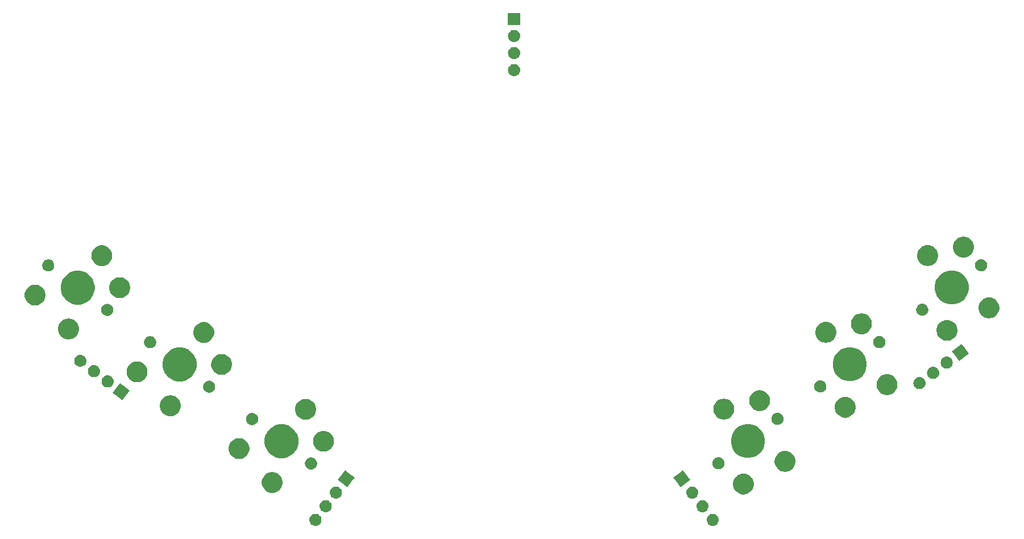
<source format=gbr>
G04 #@! TF.GenerationSoftware,KiCad,Pcbnew,(5.1.4)-1*
G04 #@! TF.CreationDate,2023-11-05T18:19:01-05:00*
G04 #@! TF.ProjectId,ThumbsUp,5468756d-6273-4557-902e-6b696361645f,rev?*
G04 #@! TF.SameCoordinates,Original*
G04 #@! TF.FileFunction,Soldermask,Top*
G04 #@! TF.FilePolarity,Negative*
%FSLAX46Y46*%
G04 Gerber Fmt 4.6, Leading zero omitted, Abs format (unit mm)*
G04 Created by KiCad (PCBNEW (5.1.4)-1) date 2023-11-05 18:19:01*
%MOMM*%
%LPD*%
G04 APERTURE LIST*
%ADD10C,0.100000*%
G04 APERTURE END LIST*
D10*
G36*
X172826273Y41838878D02*
G01*
X172892457Y41832360D01*
X173062296Y41780840D01*
X173218821Y41697175D01*
X173254559Y41667845D01*
X173356016Y41584583D01*
X173439278Y41483126D01*
X173468608Y41447388D01*
X173552273Y41290863D01*
X173603793Y41121024D01*
X173621189Y40944397D01*
X173603793Y40767770D01*
X173552273Y40597931D01*
X173468608Y40441406D01*
X173439278Y40405668D01*
X173356016Y40304211D01*
X173254559Y40220949D01*
X173218821Y40191619D01*
X173062296Y40107954D01*
X172892457Y40056434D01*
X172826273Y40049916D01*
X172760090Y40043397D01*
X172671570Y40043397D01*
X172605387Y40049916D01*
X172539203Y40056434D01*
X172369364Y40107954D01*
X172212839Y40191619D01*
X172177101Y40220949D01*
X172075644Y40304211D01*
X171992382Y40405668D01*
X171963052Y40441406D01*
X171879387Y40597931D01*
X171827867Y40767770D01*
X171810471Y40944397D01*
X171827867Y41121024D01*
X171879387Y41290863D01*
X171963052Y41447388D01*
X171992382Y41483126D01*
X172075644Y41584583D01*
X172177101Y41667845D01*
X172212839Y41697175D01*
X172369364Y41780840D01*
X172539203Y41832360D01*
X172605388Y41838879D01*
X172671570Y41845397D01*
X172760090Y41845397D01*
X172826273Y41838878D01*
X172826273Y41838878D01*
G37*
G36*
X113654613Y41838878D02*
G01*
X113720797Y41832360D01*
X113890636Y41780840D01*
X114047161Y41697175D01*
X114082899Y41667845D01*
X114184356Y41584583D01*
X114267618Y41483126D01*
X114296948Y41447388D01*
X114380613Y41290863D01*
X114432133Y41121024D01*
X114449529Y40944397D01*
X114432133Y40767770D01*
X114380613Y40597931D01*
X114296948Y40441406D01*
X114267618Y40405668D01*
X114184356Y40304211D01*
X114082899Y40220949D01*
X114047161Y40191619D01*
X113890636Y40107954D01*
X113720797Y40056434D01*
X113654613Y40049916D01*
X113588430Y40043397D01*
X113499910Y40043397D01*
X113433727Y40049916D01*
X113367543Y40056434D01*
X113197704Y40107954D01*
X113041179Y40191619D01*
X113005441Y40220949D01*
X112903984Y40304211D01*
X112820722Y40405668D01*
X112791392Y40441406D01*
X112707727Y40597931D01*
X112656207Y40767770D01*
X112638811Y40944397D01*
X112656207Y41121024D01*
X112707727Y41290863D01*
X112791392Y41447388D01*
X112820722Y41483126D01*
X112903984Y41584583D01*
X113005441Y41667845D01*
X113041179Y41697175D01*
X113197704Y41780840D01*
X113367543Y41832360D01*
X113433728Y41838879D01*
X113499910Y41845397D01*
X113588430Y41845397D01*
X113654613Y41838878D01*
X113654613Y41838878D01*
G37*
G36*
X115183223Y43867413D02*
G01*
X115249407Y43860895D01*
X115419246Y43809375D01*
X115575771Y43725710D01*
X115611509Y43696380D01*
X115712966Y43613118D01*
X115796228Y43511661D01*
X115825558Y43475923D01*
X115909223Y43319398D01*
X115960743Y43149559D01*
X115978139Y42972932D01*
X115960743Y42796305D01*
X115909223Y42626466D01*
X115825558Y42469941D01*
X115796228Y42434203D01*
X115712966Y42332746D01*
X115611509Y42249484D01*
X115575771Y42220154D01*
X115419246Y42136489D01*
X115249407Y42084969D01*
X115183223Y42078451D01*
X115117040Y42071932D01*
X115028520Y42071932D01*
X114962337Y42078451D01*
X114896153Y42084969D01*
X114726314Y42136489D01*
X114569789Y42220154D01*
X114534051Y42249484D01*
X114432594Y42332746D01*
X114349332Y42434203D01*
X114320002Y42469941D01*
X114236337Y42626466D01*
X114184817Y42796305D01*
X114167421Y42972932D01*
X114184817Y43149559D01*
X114236337Y43319398D01*
X114320002Y43475923D01*
X114349332Y43511661D01*
X114432594Y43613118D01*
X114534051Y43696380D01*
X114569789Y43725710D01*
X114726314Y43809375D01*
X114896153Y43860895D01*
X114962337Y43867413D01*
X115028520Y43873932D01*
X115117040Y43873932D01*
X115183223Y43867413D01*
X115183223Y43867413D01*
G37*
G36*
X171297663Y43867413D02*
G01*
X171363847Y43860895D01*
X171533686Y43809375D01*
X171690211Y43725710D01*
X171725949Y43696380D01*
X171827406Y43613118D01*
X171910668Y43511661D01*
X171939998Y43475923D01*
X172023663Y43319398D01*
X172075183Y43149559D01*
X172092579Y42972932D01*
X172075183Y42796305D01*
X172023663Y42626466D01*
X171939998Y42469941D01*
X171910668Y42434203D01*
X171827406Y42332746D01*
X171725949Y42249484D01*
X171690211Y42220154D01*
X171533686Y42136489D01*
X171363847Y42084969D01*
X171297663Y42078451D01*
X171231480Y42071932D01*
X171142960Y42071932D01*
X171076777Y42078451D01*
X171010593Y42084969D01*
X170840754Y42136489D01*
X170684229Y42220154D01*
X170648491Y42249484D01*
X170547034Y42332746D01*
X170463772Y42434203D01*
X170434442Y42469941D01*
X170350777Y42626466D01*
X170299257Y42796305D01*
X170281861Y42972932D01*
X170299257Y43149559D01*
X170350777Y43319398D01*
X170434442Y43475923D01*
X170463772Y43511661D01*
X170547034Y43613118D01*
X170648491Y43696380D01*
X170684229Y43725710D01*
X170840754Y43809375D01*
X171010593Y43860895D01*
X171076777Y43867413D01*
X171142960Y43873932D01*
X171231480Y43873932D01*
X171297663Y43867413D01*
X171297663Y43867413D01*
G37*
G36*
X169769052Y45895948D02*
G01*
X169835237Y45889429D01*
X170005076Y45837909D01*
X170005078Y45837908D01*
X170083339Y45796076D01*
X170161601Y45754244D01*
X170197339Y45724914D01*
X170298796Y45641652D01*
X170382058Y45540195D01*
X170411388Y45504457D01*
X170495053Y45347932D01*
X170546573Y45178093D01*
X170563969Y45001466D01*
X170546573Y44824839D01*
X170495053Y44655000D01*
X170411388Y44498475D01*
X170382058Y44462737D01*
X170298796Y44361280D01*
X170197339Y44278018D01*
X170161601Y44248688D01*
X170005076Y44165023D01*
X169835237Y44113503D01*
X169769053Y44106985D01*
X169702870Y44100466D01*
X169614350Y44100466D01*
X169548167Y44106985D01*
X169481983Y44113503D01*
X169312144Y44165023D01*
X169155619Y44248688D01*
X169119881Y44278018D01*
X169018424Y44361280D01*
X168935162Y44462737D01*
X168905832Y44498475D01*
X168822167Y44655000D01*
X168770647Y44824839D01*
X168753251Y45001466D01*
X168770647Y45178093D01*
X168822167Y45347932D01*
X168905832Y45504457D01*
X168935162Y45540195D01*
X169018424Y45641652D01*
X169119881Y45724914D01*
X169155619Y45754244D01*
X169233882Y45796077D01*
X169312142Y45837908D01*
X169312144Y45837909D01*
X169481983Y45889429D01*
X169548168Y45895948D01*
X169614350Y45902466D01*
X169702870Y45902466D01*
X169769052Y45895948D01*
X169769052Y45895948D01*
G37*
G36*
X116711832Y45895948D02*
G01*
X116778017Y45889429D01*
X116947856Y45837909D01*
X116947858Y45837908D01*
X117026119Y45796076D01*
X117104381Y45754244D01*
X117140119Y45724914D01*
X117241576Y45641652D01*
X117324838Y45540195D01*
X117354168Y45504457D01*
X117437833Y45347932D01*
X117489353Y45178093D01*
X117506749Y45001466D01*
X117489353Y44824839D01*
X117437833Y44655000D01*
X117354168Y44498475D01*
X117324838Y44462737D01*
X117241576Y44361280D01*
X117140119Y44278018D01*
X117104381Y44248688D01*
X116947856Y44165023D01*
X116778017Y44113503D01*
X116711833Y44106985D01*
X116645650Y44100466D01*
X116557130Y44100466D01*
X116490947Y44106985D01*
X116424763Y44113503D01*
X116254924Y44165023D01*
X116098399Y44248688D01*
X116062661Y44278018D01*
X115961204Y44361280D01*
X115877942Y44462737D01*
X115848612Y44498475D01*
X115764947Y44655000D01*
X115713427Y44824839D01*
X115696031Y45001466D01*
X115713427Y45178093D01*
X115764947Y45347932D01*
X115848612Y45504457D01*
X115877942Y45540195D01*
X115961204Y45641652D01*
X116062661Y45724914D01*
X116098399Y45754244D01*
X116176662Y45796077D01*
X116254922Y45837908D01*
X116254924Y45837909D01*
X116424763Y45889429D01*
X116490948Y45895948D01*
X116557130Y45902466D01*
X116645650Y45902466D01*
X116711832Y45895948D01*
X116711832Y45895948D01*
G37*
G36*
X177567796Y47792147D02*
G01*
X177717621Y47762345D01*
X177999885Y47645428D01*
X178253916Y47475690D01*
X178469952Y47259654D01*
X178639690Y47005623D01*
X178756607Y46723359D01*
X178816211Y46423709D01*
X178816211Y46118189D01*
X178756607Y45818539D01*
X178639690Y45536275D01*
X178469952Y45282244D01*
X178253916Y45066208D01*
X177999885Y44896470D01*
X177717621Y44779553D01*
X177567796Y44749751D01*
X177417972Y44719949D01*
X177112450Y44719949D01*
X176962626Y44749751D01*
X176812801Y44779553D01*
X176530537Y44896470D01*
X176276506Y45066208D01*
X176060470Y45282244D01*
X175890732Y45536275D01*
X175773815Y45818539D01*
X175714211Y46118189D01*
X175714211Y46423709D01*
X175773815Y46723359D01*
X175890732Y47005623D01*
X176060470Y47259654D01*
X176276506Y47475690D01*
X176530537Y47645428D01*
X176812801Y47762345D01*
X176962626Y47792147D01*
X177112450Y47821949D01*
X177417972Y47821949D01*
X177567796Y47792147D01*
X177567796Y47792147D01*
G37*
G36*
X107423182Y48010556D02*
G01*
X107573007Y47980754D01*
X107855271Y47863837D01*
X108109302Y47694099D01*
X108325338Y47478063D01*
X108495076Y47224032D01*
X108611993Y46941768D01*
X108671597Y46642118D01*
X108671597Y46336598D01*
X108611993Y46036948D01*
X108495076Y45754684D01*
X108325338Y45500653D01*
X108109302Y45284617D01*
X107855271Y45114879D01*
X107573007Y44997962D01*
X107423182Y44968160D01*
X107273358Y44938358D01*
X106967836Y44938358D01*
X106818012Y44968160D01*
X106668187Y44997962D01*
X106385923Y45114879D01*
X106131892Y45284617D01*
X105915856Y45500653D01*
X105746118Y45754684D01*
X105629201Y46036948D01*
X105569597Y46336598D01*
X105569597Y46642118D01*
X105629201Y46941768D01*
X105746118Y47224032D01*
X105915856Y47478063D01*
X106131892Y47694099D01*
X106385923Y47863837D01*
X106668187Y47980754D01*
X106818012Y48010556D01*
X106967836Y48040358D01*
X107273358Y48040358D01*
X107423182Y48010556D01*
X107423182Y48010556D01*
G37*
G36*
X168794416Y47645428D02*
G01*
X169391806Y46852665D01*
X169391806Y46852664D01*
X168706962Y46336598D01*
X167952665Y45768194D01*
X167952664Y45768194D01*
X167068314Y46941767D01*
X166868194Y47207335D01*
X166868194Y47207336D01*
X167739401Y47863837D01*
X168307335Y48291806D01*
X168307336Y48291806D01*
X168794416Y47645428D01*
X168794416Y47645428D01*
G37*
G36*
X118520599Y47863837D02*
G01*
X119391806Y47207336D01*
X119391806Y47207335D01*
X119191686Y46941767D01*
X118307336Y45768194D01*
X118307335Y45768194D01*
X117553038Y46336598D01*
X116868194Y46852664D01*
X116868194Y46852665D01*
X117465584Y47645428D01*
X117952664Y48291806D01*
X117952665Y48291806D01*
X118520599Y47863837D01*
X118520599Y47863837D01*
G37*
G36*
X183790151Y51166285D02*
G01*
X183939976Y51136483D01*
X184222240Y51019566D01*
X184476271Y50849828D01*
X184692307Y50633792D01*
X184862045Y50379761D01*
X184952330Y50161792D01*
X184978962Y50097496D01*
X185016024Y49911176D01*
X185038566Y49797847D01*
X185038566Y49492327D01*
X184978962Y49192677D01*
X184862045Y48910413D01*
X184692307Y48656382D01*
X184476271Y48440346D01*
X184222240Y48270608D01*
X183939976Y48153691D01*
X183790151Y48123889D01*
X183640327Y48094087D01*
X183334805Y48094087D01*
X183184981Y48123889D01*
X183035156Y48153691D01*
X182752892Y48270608D01*
X182498861Y48440346D01*
X182282825Y48656382D01*
X182113087Y48910413D01*
X181996170Y49192677D01*
X181936566Y49492327D01*
X181936566Y49797847D01*
X181959109Y49911176D01*
X181996170Y50097496D01*
X182022802Y50161792D01*
X182113087Y50379761D01*
X182282825Y50633792D01*
X182498861Y50849828D01*
X182752892Y51019566D01*
X183035156Y51136483D01*
X183184981Y51166285D01*
X183334805Y51196087D01*
X183640327Y51196087D01*
X183790151Y51166285D01*
X183790151Y51166285D01*
G37*
G36*
X113073028Y50220818D02*
G01*
X113160151Y50203489D01*
X113260815Y50161792D01*
X113324287Y50135501D01*
X113453395Y50049234D01*
X113472004Y50036800D01*
X113597628Y49911176D01*
X113597630Y49911173D01*
X113696329Y49763459D01*
X113696329Y49763458D01*
X113764317Y49599323D01*
X113764317Y49599321D01*
X113798976Y49425079D01*
X113798976Y49247417D01*
X113781646Y49160296D01*
X113764317Y49073173D01*
X113718992Y48963750D01*
X113696329Y48909037D01*
X113615197Y48787614D01*
X113597628Y48761320D01*
X113472004Y48635696D01*
X113472001Y48635694D01*
X113324287Y48536995D01*
X113269574Y48514332D01*
X113160151Y48469007D01*
X113073028Y48451677D01*
X112985907Y48434348D01*
X112808245Y48434348D01*
X112721124Y48451677D01*
X112634001Y48469007D01*
X112524578Y48514332D01*
X112469865Y48536995D01*
X112322151Y48635694D01*
X112322148Y48635696D01*
X112196524Y48761320D01*
X112178955Y48787614D01*
X112097823Y48909037D01*
X112075160Y48963750D01*
X112029835Y49073173D01*
X112012506Y49160296D01*
X111995176Y49247417D01*
X111995176Y49425079D01*
X112029835Y49599321D01*
X112029835Y49599323D01*
X112097823Y49763458D01*
X112097823Y49763459D01*
X112196522Y49911173D01*
X112196524Y49911176D01*
X112322148Y50036800D01*
X112340757Y50049234D01*
X112469865Y50135501D01*
X112533337Y50161792D01*
X112634001Y50203489D01*
X112721124Y50220819D01*
X112808245Y50238148D01*
X112985907Y50238148D01*
X113073028Y50220818D01*
X113073028Y50220818D01*
G37*
G36*
X173734134Y50247110D02*
G01*
X173821257Y50229780D01*
X173930680Y50184455D01*
X173985393Y50161792D01*
X174081619Y50097496D01*
X174133110Y50063091D01*
X174258734Y49937467D01*
X174258736Y49937464D01*
X174357435Y49789750D01*
X174357435Y49789749D01*
X174425423Y49625614D01*
X174430653Y49599321D01*
X174460082Y49451370D01*
X174460082Y49273708D01*
X174454852Y49247417D01*
X174425423Y49099464D01*
X174380098Y48990041D01*
X174357435Y48935328D01*
X174259399Y48788606D01*
X174258734Y48787611D01*
X174133110Y48661987D01*
X174133107Y48661985D01*
X173985393Y48563286D01*
X173930680Y48540623D01*
X173821257Y48495298D01*
X173734134Y48477969D01*
X173647013Y48460639D01*
X173469351Y48460639D01*
X173382230Y48477969D01*
X173295107Y48495298D01*
X173185684Y48540623D01*
X173130971Y48563286D01*
X172983257Y48661985D01*
X172983254Y48661987D01*
X172857630Y48787611D01*
X172856965Y48788606D01*
X172758929Y48935328D01*
X172736266Y48990041D01*
X172690941Y49099464D01*
X172661512Y49247417D01*
X172656282Y49273708D01*
X172656282Y49451370D01*
X172685711Y49599321D01*
X172690941Y49625614D01*
X172758929Y49789749D01*
X172758929Y49789750D01*
X172857628Y49937464D01*
X172857630Y49937467D01*
X172983254Y50063091D01*
X173034745Y50097496D01*
X173130971Y50161792D01*
X173185684Y50184455D01*
X173295107Y50229780D01*
X173382230Y50247109D01*
X173469351Y50264439D01*
X173647013Y50264439D01*
X173734134Y50247110D01*
X173734134Y50247110D01*
G37*
G36*
X102464639Y53061828D02*
G01*
X102614464Y53032026D01*
X102896728Y52915109D01*
X103150759Y52745371D01*
X103366795Y52529335D01*
X103536533Y52275304D01*
X103653450Y51993040D01*
X103713054Y51693390D01*
X103713054Y51387870D01*
X103653450Y51088220D01*
X103536533Y50805956D01*
X103366795Y50551925D01*
X103150759Y50335889D01*
X102896728Y50166151D01*
X102614464Y50049234D01*
X102464639Y50019432D01*
X102314815Y49989630D01*
X102009293Y49989630D01*
X101859469Y50019432D01*
X101709644Y50049234D01*
X101427380Y50166151D01*
X101173349Y50335889D01*
X100957313Y50551925D01*
X100787575Y50805956D01*
X100670658Y51088220D01*
X100611054Y51387870D01*
X100611054Y51693390D01*
X100670658Y51993040D01*
X100787575Y52275304D01*
X100957313Y52529335D01*
X101173349Y52745371D01*
X101427380Y52915109D01*
X101709644Y53032026D01*
X101859469Y53061828D01*
X102009293Y53091630D01*
X102314815Y53091630D01*
X102464639Y53061828D01*
X102464639Y53061828D01*
G37*
G36*
X109241387Y55075159D02*
G01*
X109637619Y54911034D01*
X109701091Y54884743D01*
X110114812Y54608303D01*
X110466653Y54256462D01*
X110725526Y53869032D01*
X110743094Y53842739D01*
X110933509Y53383037D01*
X111030581Y52895022D01*
X111030581Y52397440D01*
X110933509Y51909425D01*
X110823290Y51643334D01*
X110743093Y51449721D01*
X110466653Y51036000D01*
X110114812Y50684159D01*
X109701091Y50407719D01*
X109701090Y50407718D01*
X109701089Y50407718D01*
X109241387Y50217303D01*
X108753372Y50120231D01*
X108255790Y50120231D01*
X107767775Y50217303D01*
X107308073Y50407718D01*
X107308072Y50407718D01*
X107308071Y50407719D01*
X106894350Y50684159D01*
X106542509Y51036000D01*
X106266069Y51449721D01*
X106185872Y51643334D01*
X106075653Y51909425D01*
X105978581Y52397440D01*
X105978581Y52895022D01*
X106075653Y53383037D01*
X106266068Y53842739D01*
X106283636Y53869032D01*
X106542509Y54256462D01*
X106894350Y54608303D01*
X107308071Y54884743D01*
X107371543Y54911034D01*
X107767775Y55075159D01*
X108255790Y55172231D01*
X108753372Y55172231D01*
X109241387Y55075159D01*
X109241387Y55075159D01*
G37*
G36*
X178687483Y55101450D02*
G01*
X179147185Y54911035D01*
X179147187Y54911034D01*
X179560908Y54634594D01*
X179912749Y54282753D01*
X180189189Y53869032D01*
X180189190Y53869030D01*
X180379605Y53409328D01*
X180476677Y52921313D01*
X180476677Y52423731D01*
X180379605Y51935716D01*
X180258496Y51643334D01*
X180189189Y51476012D01*
X179912749Y51062291D01*
X179560908Y50710450D01*
X179147187Y50434010D01*
X179147186Y50434009D01*
X179147185Y50434009D01*
X178687483Y50243594D01*
X178199468Y50146522D01*
X177701886Y50146522D01*
X177213871Y50243594D01*
X176754169Y50434009D01*
X176754168Y50434009D01*
X176754167Y50434010D01*
X176340446Y50710450D01*
X175988605Y51062291D01*
X175712165Y51476012D01*
X175642858Y51643334D01*
X175521749Y51935716D01*
X175424677Y52423731D01*
X175424677Y52921313D01*
X175521749Y53409328D01*
X175712164Y53869030D01*
X175712165Y53869032D01*
X175988605Y54282753D01*
X176340446Y54634594D01*
X176754167Y54911034D01*
X176754169Y54911035D01*
X177213871Y55101450D01*
X177701886Y55198522D01*
X178199468Y55198522D01*
X178687483Y55101450D01*
X178687483Y55101450D01*
G37*
G36*
X115057150Y54153237D02*
G01*
X115206975Y54123435D01*
X115489239Y54006518D01*
X115743270Y53836780D01*
X115959306Y53620744D01*
X116129044Y53366713D01*
X116245961Y53084449D01*
X116305565Y52784799D01*
X116305565Y52479279D01*
X116245961Y52179629D01*
X116129044Y51897365D01*
X115959306Y51643334D01*
X115743270Y51427298D01*
X115489239Y51257560D01*
X115206975Y51140643D01*
X115057150Y51110841D01*
X114907326Y51081039D01*
X114601804Y51081039D01*
X114451980Y51110841D01*
X114302155Y51140643D01*
X114019891Y51257560D01*
X113765860Y51427298D01*
X113549824Y51643334D01*
X113380086Y51897365D01*
X113263169Y52179629D01*
X113203565Y52479279D01*
X113203565Y52784799D01*
X113263169Y53084449D01*
X113380086Y53366713D01*
X113549824Y53620744D01*
X113765860Y53836780D01*
X114019891Y54006518D01*
X114302155Y54123435D01*
X114451980Y54153237D01*
X114601804Y54183039D01*
X114907326Y54183039D01*
X115057150Y54153237D01*
X115057150Y54153237D01*
G37*
G36*
X104288038Y56840784D02*
G01*
X104375161Y56823455D01*
X104475825Y56781758D01*
X104539297Y56755467D01*
X104677026Y56663440D01*
X104687014Y56656766D01*
X104812638Y56531142D01*
X104812640Y56531139D01*
X104911339Y56383425D01*
X104911339Y56383424D01*
X104979327Y56219289D01*
X104979327Y56219287D01*
X105013016Y56049924D01*
X105013986Y56045043D01*
X105013986Y55867385D01*
X104979327Y55693139D01*
X104934002Y55583716D01*
X104911339Y55529003D01*
X104830207Y55407580D01*
X104812638Y55381286D01*
X104687014Y55255662D01*
X104687011Y55255660D01*
X104539297Y55156961D01*
X104484584Y55134298D01*
X104375161Y55088973D01*
X104305712Y55075159D01*
X104200917Y55054314D01*
X104023255Y55054314D01*
X103918460Y55075159D01*
X103849011Y55088973D01*
X103739588Y55134298D01*
X103684875Y55156961D01*
X103537161Y55255660D01*
X103537158Y55255662D01*
X103411534Y55381286D01*
X103393965Y55407580D01*
X103312833Y55529003D01*
X103290170Y55583716D01*
X103244845Y55693139D01*
X103210186Y55867385D01*
X103210186Y56045043D01*
X103211157Y56049924D01*
X103244845Y56219287D01*
X103244845Y56219289D01*
X103312833Y56383424D01*
X103312833Y56383425D01*
X103411532Y56531139D01*
X103411534Y56531142D01*
X103537158Y56656766D01*
X103547146Y56663440D01*
X103684875Y56755467D01*
X103748347Y56781758D01*
X103849011Y56823455D01*
X103936134Y56840784D01*
X104023255Y56858114D01*
X104200917Y56858114D01*
X104288038Y56840784D01*
X104288038Y56840784D01*
G37*
G36*
X182519124Y56867076D02*
G01*
X182606247Y56849746D01*
X182715670Y56804421D01*
X182770383Y56781758D01*
X182867706Y56716729D01*
X182918100Y56683057D01*
X183043724Y56557433D01*
X183043726Y56557430D01*
X183142425Y56409716D01*
X183142553Y56409407D01*
X183210413Y56245580D01*
X183220798Y56193371D01*
X183245072Y56071336D01*
X183245072Y55893674D01*
X183239842Y55867383D01*
X183210413Y55719430D01*
X183165088Y55610007D01*
X183142425Y55555294D01*
X183044389Y55408572D01*
X183043724Y55407577D01*
X182918100Y55281953D01*
X182918097Y55281951D01*
X182770383Y55183252D01*
X182715670Y55160589D01*
X182606247Y55115264D01*
X182536798Y55101450D01*
X182432003Y55080605D01*
X182254341Y55080605D01*
X182149546Y55101450D01*
X182080097Y55115264D01*
X181970674Y55160589D01*
X181915961Y55183252D01*
X181768247Y55281951D01*
X181768244Y55281953D01*
X181642620Y55407577D01*
X181641955Y55408572D01*
X181543919Y55555294D01*
X181521256Y55610007D01*
X181475931Y55719430D01*
X181446502Y55867383D01*
X181441272Y55893674D01*
X181441272Y56071336D01*
X181465546Y56193371D01*
X181475931Y56245580D01*
X181543791Y56409407D01*
X181543919Y56409716D01*
X181642618Y56557430D01*
X181642620Y56557433D01*
X181768244Y56683057D01*
X181818638Y56716729D01*
X181915961Y56781758D01*
X181970674Y56804421D01*
X182080097Y56849746D01*
X182167220Y56867076D01*
X182254341Y56884405D01*
X182432003Y56884405D01*
X182519124Y56867076D01*
X182519124Y56867076D01*
G37*
G36*
X112387965Y58919310D02*
G01*
X112537790Y58889508D01*
X112820054Y58772591D01*
X113074085Y58602853D01*
X113290121Y58386817D01*
X113459859Y58132786D01*
X113576776Y57850522D01*
X113606578Y57700697D01*
X113631151Y57577163D01*
X113636380Y57550872D01*
X113636380Y57245352D01*
X113576776Y56945702D01*
X113459859Y56663438D01*
X113290121Y56409407D01*
X113074085Y56193371D01*
X112820054Y56023633D01*
X112537790Y55906716D01*
X112472233Y55893676D01*
X112238141Y55847112D01*
X111932619Y55847112D01*
X111698527Y55893676D01*
X111632970Y55906716D01*
X111350706Y56023633D01*
X111096675Y56193371D01*
X110880639Y56409407D01*
X110710901Y56663438D01*
X110593984Y56945702D01*
X110534380Y57245352D01*
X110534380Y57550872D01*
X110539610Y57577163D01*
X110564182Y57700697D01*
X110593984Y57850522D01*
X110710901Y58132786D01*
X110880639Y58386817D01*
X111096675Y58602853D01*
X111350706Y58772591D01*
X111632970Y58889508D01*
X111782795Y58919310D01*
X111932619Y58949112D01*
X112238141Y58949112D01*
X112387965Y58919310D01*
X112387965Y58919310D01*
G37*
G36*
X174654812Y58949112D02*
G01*
X174822288Y58915799D01*
X175104552Y58798882D01*
X175358583Y58629144D01*
X175574619Y58413108D01*
X175744357Y58159077D01*
X175861274Y57876813D01*
X175866504Y57850521D01*
X175920878Y57577164D01*
X175920878Y57271642D01*
X175915648Y57245351D01*
X175861274Y56971993D01*
X175744357Y56689729D01*
X175574619Y56435698D01*
X175358583Y56219662D01*
X175104552Y56049924D01*
X174822288Y55933007D01*
X174690114Y55906716D01*
X174522639Y55873403D01*
X174217117Y55873403D01*
X174049642Y55906716D01*
X173917468Y55933007D01*
X173635204Y56049924D01*
X173381173Y56219662D01*
X173165137Y56435698D01*
X172995399Y56689729D01*
X172878482Y56971993D01*
X172824108Y57245351D01*
X172818878Y57271642D01*
X172818878Y57577164D01*
X172873252Y57850521D01*
X172878482Y57876813D01*
X172995399Y58159077D01*
X173165137Y58413108D01*
X173381173Y58629144D01*
X173635204Y58798882D01*
X173917468Y58915799D01*
X174084944Y58949112D01*
X174217117Y58975403D01*
X174522639Y58975403D01*
X174654812Y58949112D01*
X174654812Y58949112D01*
G37*
G36*
X192741871Y59226632D02*
G01*
X192891696Y59196830D01*
X193173960Y59079913D01*
X193427991Y58910175D01*
X193644027Y58694139D01*
X193813765Y58440108D01*
X193903250Y58224071D01*
X193930682Y58157843D01*
X193986583Y57876813D01*
X193990286Y57858194D01*
X193990286Y57552674D01*
X193930682Y57253024D01*
X193813765Y56970760D01*
X193644027Y56716729D01*
X193427991Y56500693D01*
X193173960Y56330955D01*
X192891696Y56214038D01*
X192787801Y56193372D01*
X192592047Y56154434D01*
X192286525Y56154434D01*
X192090771Y56193372D01*
X191986876Y56214038D01*
X191704612Y56330955D01*
X191450581Y56500693D01*
X191234545Y56716729D01*
X191064807Y56970760D01*
X190947890Y57253024D01*
X190888286Y57552674D01*
X190888286Y57858194D01*
X190891990Y57876813D01*
X190947890Y58157843D01*
X190975322Y58224071D01*
X191064807Y58440108D01*
X191234545Y58694139D01*
X191450581Y58910175D01*
X191704612Y59079913D01*
X191986876Y59196830D01*
X192136701Y59226632D01*
X192286525Y59256434D01*
X192592047Y59256434D01*
X192741871Y59226632D01*
X192741871Y59226632D01*
G37*
G36*
X92249107Y59445041D02*
G01*
X92398932Y59415239D01*
X92681196Y59298322D01*
X92935227Y59128584D01*
X93151263Y58912548D01*
X93321001Y58658517D01*
X93437918Y58376253D01*
X93497522Y58076603D01*
X93497522Y57771083D01*
X93437918Y57471433D01*
X93321001Y57189169D01*
X93151263Y56935138D01*
X92935227Y56719102D01*
X92681196Y56549364D01*
X92398932Y56432447D01*
X92284655Y56409716D01*
X92099283Y56372843D01*
X91793761Y56372843D01*
X91608389Y56409716D01*
X91494112Y56432447D01*
X91211848Y56549364D01*
X90957817Y56719102D01*
X90741781Y56935138D01*
X90572043Y57189169D01*
X90455126Y57471433D01*
X90395522Y57771083D01*
X90395522Y58076603D01*
X90455126Y58376253D01*
X90572043Y58658517D01*
X90741781Y58912548D01*
X90957817Y59128584D01*
X91211848Y59298322D01*
X91494112Y59415239D01*
X91643937Y59445041D01*
X91793761Y59474843D01*
X92099283Y59474843D01*
X92249107Y59445041D01*
X92249107Y59445041D01*
G37*
G36*
X179941079Y60207336D02*
G01*
X180139458Y60167876D01*
X180421722Y60050959D01*
X180675753Y59881221D01*
X180891789Y59665185D01*
X181061527Y59411154D01*
X181178444Y59128890D01*
X181238048Y58829240D01*
X181238048Y58523720D01*
X181178444Y58224070D01*
X181061527Y57941806D01*
X180891789Y57687775D01*
X180675753Y57471739D01*
X180421722Y57302001D01*
X180139458Y57185084D01*
X179989633Y57155282D01*
X179839809Y57125480D01*
X179534287Y57125480D01*
X179384463Y57155282D01*
X179234638Y57185084D01*
X178952374Y57302001D01*
X178698343Y57471739D01*
X178482307Y57687775D01*
X178312569Y57941806D01*
X178195652Y58224070D01*
X178136048Y58523720D01*
X178136048Y58829240D01*
X178195652Y59128890D01*
X178312569Y59411154D01*
X178482307Y59665185D01*
X178698343Y59881221D01*
X178952374Y60050959D01*
X179234638Y60167876D01*
X179433017Y60207336D01*
X179534287Y60227480D01*
X179839809Y60227480D01*
X179941079Y60207336D01*
X179941079Y60207336D01*
G37*
G36*
X85026269Y60859564D02*
G01*
X85891806Y60207336D01*
X85891806Y60207335D01*
X85641247Y59874832D01*
X84807336Y58768194D01*
X84807335Y58768194D01*
X83954101Y59411152D01*
X83368194Y59852664D01*
X83368194Y59852665D01*
X83861768Y60507660D01*
X84452664Y61291806D01*
X84452665Y61291806D01*
X85026269Y60859564D01*
X85026269Y60859564D01*
G37*
G36*
X198964226Y62600770D02*
G01*
X199114051Y62570968D01*
X199396315Y62454051D01*
X199650346Y62284313D01*
X199866382Y62068277D01*
X200036120Y61814246D01*
X200126405Y61596277D01*
X200153037Y61531981D01*
X200190099Y61345661D01*
X200212641Y61232332D01*
X200212641Y60926812D01*
X200153037Y60627162D01*
X200036120Y60344898D01*
X199866382Y60090867D01*
X199650346Y59874831D01*
X199396315Y59705093D01*
X199114051Y59588176D01*
X198964226Y59558374D01*
X198814402Y59528572D01*
X198508880Y59528572D01*
X198359056Y59558374D01*
X198209231Y59588176D01*
X197926967Y59705093D01*
X197672936Y59874831D01*
X197456900Y60090867D01*
X197287162Y60344898D01*
X197170245Y60627162D01*
X197110641Y60926812D01*
X197110641Y61232332D01*
X197133184Y61345661D01*
X197170245Y61531981D01*
X197196877Y61596277D01*
X197287162Y61814246D01*
X197456900Y62068277D01*
X197672936Y62284313D01*
X197926967Y62454051D01*
X198209231Y62570968D01*
X198359056Y62600770D01*
X198508880Y62630572D01*
X198814402Y62630572D01*
X198964226Y62600770D01*
X198964226Y62600770D01*
G37*
G36*
X97898953Y61655304D02*
G01*
X97986076Y61637974D01*
X98086740Y61596277D01*
X98150212Y61569986D01*
X98279320Y61483719D01*
X98297929Y61471285D01*
X98423553Y61345661D01*
X98423555Y61345658D01*
X98522254Y61197944D01*
X98522254Y61197943D01*
X98590242Y61033808D01*
X98590242Y61033806D01*
X98624901Y60859564D01*
X98624901Y60681902D01*
X98607571Y60594781D01*
X98590242Y60507658D01*
X98548219Y60406207D01*
X98522254Y60343522D01*
X98444717Y60227480D01*
X98423553Y60195805D01*
X98297929Y60070181D01*
X98297926Y60070179D01*
X98150212Y59971480D01*
X98095499Y59948817D01*
X97986076Y59903492D01*
X97898953Y59886162D01*
X97811832Y59868833D01*
X97634170Y59868833D01*
X97547049Y59886162D01*
X97459926Y59903492D01*
X97350503Y59948817D01*
X97295790Y59971480D01*
X97148076Y60070179D01*
X97148073Y60070181D01*
X97022449Y60195805D01*
X97001285Y60227480D01*
X96923748Y60343522D01*
X96897783Y60406207D01*
X96855760Y60507658D01*
X96838431Y60594781D01*
X96821101Y60681902D01*
X96821101Y60859564D01*
X96855760Y61033806D01*
X96855760Y61033808D01*
X96923748Y61197943D01*
X96923748Y61197944D01*
X97022447Y61345658D01*
X97022449Y61345661D01*
X97148073Y61471285D01*
X97166682Y61483719D01*
X97295790Y61569986D01*
X97359262Y61596277D01*
X97459926Y61637974D01*
X97547049Y61655304D01*
X97634170Y61672633D01*
X97811832Y61672633D01*
X97898953Y61655304D01*
X97898953Y61655304D01*
G37*
G36*
X188908209Y61681594D02*
G01*
X188995332Y61664265D01*
X189104755Y61618940D01*
X189159468Y61596277D01*
X189255694Y61531981D01*
X189307185Y61497576D01*
X189432809Y61371952D01*
X189432811Y61371949D01*
X189531510Y61224235D01*
X189531510Y61224234D01*
X189599498Y61060099D01*
X189604728Y61033806D01*
X189634157Y60885855D01*
X189634157Y60708193D01*
X189624095Y60657610D01*
X189599498Y60533949D01*
X189567925Y60457727D01*
X189531510Y60369813D01*
X189436406Y60227480D01*
X189432809Y60222096D01*
X189307185Y60096472D01*
X189307182Y60096470D01*
X189159468Y59997771D01*
X189104755Y59975108D01*
X188995332Y59929783D01*
X188908209Y59912454D01*
X188821088Y59895124D01*
X188643426Y59895124D01*
X188556305Y59912454D01*
X188469182Y59929783D01*
X188359759Y59975108D01*
X188305046Y59997771D01*
X188157332Y60096470D01*
X188157329Y60096472D01*
X188031705Y60222096D01*
X188028108Y60227480D01*
X187933004Y60369813D01*
X187896589Y60457727D01*
X187865016Y60533949D01*
X187840419Y60657610D01*
X187830357Y60708193D01*
X187830357Y60885855D01*
X187859786Y61033806D01*
X187865016Y61060099D01*
X187933004Y61224234D01*
X187933004Y61224235D01*
X188031703Y61371949D01*
X188031705Y61371952D01*
X188157329Y61497576D01*
X188208820Y61531981D01*
X188305046Y61596277D01*
X188359759Y61618940D01*
X188469182Y61664265D01*
X188556305Y61681594D01*
X188643426Y61698924D01*
X188821088Y61698924D01*
X188908209Y61681594D01*
X188908209Y61681594D01*
G37*
G36*
X203604839Y62188652D02*
G01*
X203671024Y62182133D01*
X203840863Y62130613D01*
X203997388Y62046948D01*
X204033126Y62017618D01*
X204134583Y61934356D01*
X204210209Y61842204D01*
X204247175Y61797161D01*
X204330840Y61640636D01*
X204382360Y61470797D01*
X204399756Y61294170D01*
X204382360Y61117543D01*
X204330840Y60947704D01*
X204247175Y60791179D01*
X204217845Y60755441D01*
X204134583Y60653984D01*
X204033126Y60570722D01*
X203997388Y60541392D01*
X203840863Y60457727D01*
X203671024Y60406207D01*
X203604840Y60399689D01*
X203538657Y60393170D01*
X203450137Y60393170D01*
X203383954Y60399689D01*
X203317770Y60406207D01*
X203147931Y60457727D01*
X202991406Y60541392D01*
X202955668Y60570722D01*
X202854211Y60653984D01*
X202770949Y60755441D01*
X202741619Y60791179D01*
X202657954Y60947704D01*
X202606434Y61117543D01*
X202589038Y61294170D01*
X202606434Y61470797D01*
X202657954Y61640636D01*
X202741619Y61797161D01*
X202778585Y61842204D01*
X202854211Y61934356D01*
X202955668Y62017618D01*
X202991406Y62046948D01*
X203147931Y62130613D01*
X203317770Y62182133D01*
X203383955Y62188652D01*
X203450137Y62195170D01*
X203538657Y62195170D01*
X203604839Y62188652D01*
X203604839Y62188652D01*
G37*
G36*
X82711908Y62453092D02*
G01*
X82778093Y62446573D01*
X82947932Y62395053D01*
X83104457Y62311388D01*
X83137448Y62284313D01*
X83241652Y62198796D01*
X83297608Y62130612D01*
X83354244Y62061601D01*
X83354245Y62061599D01*
X83428981Y61921780D01*
X83437909Y61905076D01*
X83489429Y61735237D01*
X83506825Y61558610D01*
X83489429Y61381983D01*
X83437909Y61212144D01*
X83354244Y61055619D01*
X83336344Y61033808D01*
X83241652Y60918424D01*
X83169927Y60859562D01*
X83104457Y60805832D01*
X82947932Y60722167D01*
X82778093Y60670647D01*
X82711908Y60664128D01*
X82645726Y60657610D01*
X82557206Y60657610D01*
X82491024Y60664128D01*
X82424839Y60670647D01*
X82255000Y60722167D01*
X82098475Y60805832D01*
X82033005Y60859562D01*
X81961280Y60918424D01*
X81866588Y61033808D01*
X81848688Y61055619D01*
X81765023Y61212144D01*
X81713503Y61381983D01*
X81696107Y61558610D01*
X81713503Y61735237D01*
X81765023Y61905076D01*
X81773952Y61921780D01*
X81848687Y62061599D01*
X81848688Y62061601D01*
X81905324Y62130612D01*
X81961280Y62198796D01*
X82065484Y62284313D01*
X82098475Y62311388D01*
X82255000Y62395053D01*
X82424839Y62446573D01*
X82491024Y62453092D01*
X82557206Y62459610D01*
X82645726Y62459610D01*
X82711908Y62453092D01*
X82711908Y62453092D01*
G37*
G36*
X87290564Y64496313D02*
G01*
X87440389Y64466511D01*
X87722653Y64349594D01*
X87976684Y64179856D01*
X88192720Y63963820D01*
X88362458Y63709789D01*
X88479375Y63427525D01*
X88498406Y63331850D01*
X88530750Y63169248D01*
X88538979Y63127875D01*
X88538979Y62822355D01*
X88479375Y62522705D01*
X88362458Y62240441D01*
X88192720Y61986410D01*
X87976684Y61770374D01*
X87722653Y61600636D01*
X87440389Y61483719D01*
X87290564Y61453917D01*
X87140740Y61424115D01*
X86835218Y61424115D01*
X86685394Y61453917D01*
X86535569Y61483719D01*
X86253305Y61600636D01*
X85999274Y61770374D01*
X85783238Y61986410D01*
X85613500Y62240441D01*
X85496583Y62522705D01*
X85436979Y62822355D01*
X85436979Y63127875D01*
X85445209Y63169248D01*
X85477552Y63331850D01*
X85496583Y63427525D01*
X85613500Y63709789D01*
X85783238Y63963820D01*
X85999274Y64179856D01*
X86253305Y64349594D01*
X86535569Y64466511D01*
X86685394Y64496313D01*
X86835218Y64526115D01*
X87140740Y64526115D01*
X87290564Y64496313D01*
X87290564Y64496313D01*
G37*
G36*
X94067312Y66509644D02*
G01*
X94463544Y66345519D01*
X94527016Y66319228D01*
X94940737Y66042788D01*
X95292578Y65690947D01*
X95507958Y65368608D01*
X95569019Y65277224D01*
X95759434Y64817522D01*
X95856506Y64329507D01*
X95856506Y63831925D01*
X95759434Y63343910D01*
X95649215Y63077819D01*
X95569018Y62884206D01*
X95292578Y62470485D01*
X94940737Y62118644D01*
X94527016Y61842204D01*
X94527015Y61842203D01*
X94527014Y61842203D01*
X94067312Y61651788D01*
X93579297Y61554716D01*
X93081715Y61554716D01*
X92593700Y61651788D01*
X92133998Y61842203D01*
X92133997Y61842203D01*
X92133996Y61842204D01*
X91720275Y62118644D01*
X91368434Y62470485D01*
X91091994Y62884206D01*
X91011797Y63077819D01*
X90901578Y63343910D01*
X90804506Y63831925D01*
X90804506Y64329507D01*
X90901578Y64817522D01*
X91091993Y65277224D01*
X91153054Y65368608D01*
X91368434Y65690947D01*
X91720275Y66042788D01*
X92133996Y66319228D01*
X92197468Y66345519D01*
X92593700Y66509644D01*
X93081715Y66606716D01*
X93579297Y66606716D01*
X94067312Y66509644D01*
X94067312Y66509644D01*
G37*
G36*
X193861558Y66535935D02*
G01*
X194321260Y66345520D01*
X194321262Y66345519D01*
X194734983Y66069079D01*
X195086824Y65717238D01*
X195363264Y65303517D01*
X195363265Y65303515D01*
X195553680Y64843813D01*
X195650752Y64355798D01*
X195650752Y63858216D01*
X195553680Y63370201D01*
X195432571Y63077819D01*
X195363264Y62910497D01*
X195086824Y62496776D01*
X194734983Y62144935D01*
X194321262Y61868495D01*
X194321261Y61868494D01*
X194321260Y61868494D01*
X193861558Y61678079D01*
X193373543Y61581007D01*
X192875961Y61581007D01*
X192387946Y61678079D01*
X191928244Y61868494D01*
X191928243Y61868494D01*
X191928242Y61868495D01*
X191514521Y62144935D01*
X191162680Y62496776D01*
X190886240Y62910497D01*
X190816933Y63077819D01*
X190695824Y63370201D01*
X190598752Y63858216D01*
X190598752Y64355798D01*
X190695824Y64843813D01*
X190886239Y65303515D01*
X190886240Y65303517D01*
X191162680Y65717238D01*
X191514521Y66069079D01*
X191928242Y66345519D01*
X191928244Y66345520D01*
X192387946Y66535935D01*
X192875961Y66633007D01*
X193373543Y66633007D01*
X193861558Y66535935D01*
X193861558Y66535935D01*
G37*
G36*
X205633375Y63717261D02*
G01*
X205699559Y63710743D01*
X205869398Y63659223D01*
X206025923Y63575558D01*
X206061661Y63546228D01*
X206163118Y63462966D01*
X206239247Y63370201D01*
X206275710Y63325771D01*
X206359375Y63169246D01*
X206410895Y62999407D01*
X206428291Y62822780D01*
X206410895Y62646153D01*
X206371269Y62515524D01*
X206359374Y62476312D01*
X206347475Y62454051D01*
X206275710Y62319789D01*
X206268816Y62311389D01*
X206163118Y62182594D01*
X206061661Y62099332D01*
X206025923Y62070002D01*
X206025921Y62070001D01*
X205869537Y61986411D01*
X205869398Y61986337D01*
X205699559Y61934817D01*
X205633375Y61928299D01*
X205567192Y61921780D01*
X205478672Y61921780D01*
X205412489Y61928299D01*
X205346305Y61934817D01*
X205176466Y61986337D01*
X205176328Y61986411D01*
X205019943Y62070001D01*
X205019941Y62070002D01*
X204984203Y62099332D01*
X204882746Y62182594D01*
X204777048Y62311389D01*
X204770154Y62319789D01*
X204698389Y62454051D01*
X204686490Y62476312D01*
X204674595Y62515524D01*
X204634969Y62646153D01*
X204617573Y62822780D01*
X204634969Y62999407D01*
X204686489Y63169246D01*
X204770154Y63325771D01*
X204806617Y63370201D01*
X204882746Y63462966D01*
X204984203Y63546228D01*
X205019941Y63575558D01*
X205176466Y63659223D01*
X205346305Y63710743D01*
X205412489Y63717261D01*
X205478672Y63723780D01*
X205567192Y63723780D01*
X205633375Y63717261D01*
X205633375Y63717261D01*
G37*
G36*
X80683375Y63981701D02*
G01*
X80749559Y63975183D01*
X80919398Y63923663D01*
X80919400Y63923662D01*
X80997661Y63881830D01*
X81075923Y63839998D01*
X81111661Y63810668D01*
X81213118Y63727406D01*
X81269074Y63659222D01*
X81325710Y63590211D01*
X81325711Y63590209D01*
X81400447Y63450390D01*
X81409375Y63433686D01*
X81460895Y63263847D01*
X81478291Y63087220D01*
X81460895Y62910593D01*
X81409375Y62740754D01*
X81325710Y62584229D01*
X81296380Y62548491D01*
X81213118Y62447034D01*
X81111661Y62363772D01*
X81075923Y62334442D01*
X80919398Y62250777D01*
X80749559Y62199257D01*
X80708062Y62195170D01*
X80617192Y62186220D01*
X80528672Y62186220D01*
X80437802Y62195170D01*
X80396305Y62199257D01*
X80226466Y62250777D01*
X80069941Y62334442D01*
X80034203Y62363772D01*
X79932746Y62447034D01*
X79849484Y62548491D01*
X79820154Y62584229D01*
X79736489Y62740754D01*
X79684969Y62910593D01*
X79667573Y63087220D01*
X79684969Y63263847D01*
X79736489Y63433686D01*
X79745418Y63450390D01*
X79820153Y63590209D01*
X79820154Y63590211D01*
X79876790Y63659222D01*
X79932746Y63727406D01*
X80034203Y63810668D01*
X80069941Y63839998D01*
X80148204Y63881831D01*
X80226464Y63923662D01*
X80226466Y63923663D01*
X80396305Y63975183D01*
X80462489Y63981701D01*
X80528672Y63988220D01*
X80617192Y63988220D01*
X80683375Y63981701D01*
X80683375Y63981701D01*
G37*
G36*
X99883075Y65587722D02*
G01*
X100032900Y65557920D01*
X100315164Y65441003D01*
X100569195Y65271265D01*
X100785231Y65055229D01*
X100954969Y64801198D01*
X101071886Y64518934D01*
X101087745Y64439205D01*
X101121529Y64269364D01*
X101131490Y64219284D01*
X101131490Y63913764D01*
X101071886Y63614114D01*
X100954969Y63331850D01*
X100785231Y63077819D01*
X100569195Y62861783D01*
X100315164Y62692045D01*
X100032900Y62575128D01*
X99883075Y62545326D01*
X99733251Y62515524D01*
X99427729Y62515524D01*
X99277905Y62545326D01*
X99128080Y62575128D01*
X98845816Y62692045D01*
X98591785Y62861783D01*
X98375749Y63077819D01*
X98206011Y63331850D01*
X98089094Y63614114D01*
X98029490Y63913764D01*
X98029490Y64219284D01*
X98039452Y64269364D01*
X98073235Y64439205D01*
X98089094Y64518934D01*
X98206011Y64801198D01*
X98375749Y65055229D01*
X98591785Y65271265D01*
X98845816Y65441003D01*
X99128080Y65557920D01*
X99277905Y65587722D01*
X99427729Y65617524D01*
X99733251Y65617524D01*
X99883075Y65587722D01*
X99883075Y65587722D01*
G37*
G36*
X207661908Y65245872D02*
G01*
X207728093Y65239353D01*
X207897932Y65187833D01*
X208054457Y65104168D01*
X208090195Y65074838D01*
X208191652Y64991576D01*
X208274914Y64890119D01*
X208304244Y64854381D01*
X208387909Y64697856D01*
X208439429Y64528017D01*
X208456825Y64351390D01*
X208439429Y64174763D01*
X208387909Y64004924D01*
X208387908Y64004922D01*
X208372259Y63975645D01*
X208304244Y63848399D01*
X208290724Y63831925D01*
X208191652Y63711204D01*
X208090195Y63627942D01*
X208054457Y63598612D01*
X207897932Y63514947D01*
X207728093Y63463427D01*
X207661908Y63456908D01*
X207595726Y63450390D01*
X207507206Y63450390D01*
X207441024Y63456908D01*
X207374839Y63463427D01*
X207205000Y63514947D01*
X207048475Y63598612D01*
X207012737Y63627942D01*
X206911280Y63711204D01*
X206812208Y63831925D01*
X206798688Y63848399D01*
X206730673Y63975645D01*
X206715024Y64004922D01*
X206715023Y64004924D01*
X206663503Y64174763D01*
X206646107Y64351390D01*
X206663503Y64528017D01*
X206715023Y64697856D01*
X206798688Y64854381D01*
X206828018Y64890119D01*
X206911280Y64991576D01*
X207012737Y65074838D01*
X207048475Y65104168D01*
X207205000Y65187833D01*
X207374839Y65239353D01*
X207441024Y65245872D01*
X207507206Y65252390D01*
X207595726Y65252390D01*
X207661908Y65245872D01*
X207661908Y65245872D01*
G37*
G36*
X78654840Y65510311D02*
G01*
X78721024Y65503793D01*
X78890863Y65452273D01*
X79047388Y65368608D01*
X79083126Y65339278D01*
X79184583Y65256016D01*
X79240539Y65187832D01*
X79297175Y65118821D01*
X79380840Y64962296D01*
X79432360Y64792457D01*
X79449756Y64615830D01*
X79432360Y64439203D01*
X79380840Y64269364D01*
X79380839Y64269362D01*
X79339007Y64191101D01*
X79297175Y64112839D01*
X79267845Y64077101D01*
X79184583Y63975644D01*
X79083126Y63892382D01*
X79047388Y63863052D01*
X78890863Y63779387D01*
X78721024Y63727867D01*
X78679527Y63723780D01*
X78588657Y63714830D01*
X78500137Y63714830D01*
X78409267Y63723780D01*
X78367770Y63727867D01*
X78197931Y63779387D01*
X78041406Y63863052D01*
X78005668Y63892382D01*
X77904211Y63975644D01*
X77820949Y64077101D01*
X77791619Y64112839D01*
X77749786Y64191102D01*
X77707955Y64269362D01*
X77707954Y64269364D01*
X77656434Y64439203D01*
X77639038Y64615830D01*
X77656434Y64792457D01*
X77707954Y64962296D01*
X77791619Y65118821D01*
X77848255Y65187832D01*
X77904211Y65256016D01*
X78005668Y65339278D01*
X78041406Y65368608D01*
X78197931Y65452273D01*
X78367770Y65503793D01*
X78433954Y65510311D01*
X78500137Y65516830D01*
X78588657Y65516830D01*
X78654840Y65510311D01*
X78654840Y65510311D01*
G37*
G36*
X210233704Y66509643D02*
G01*
X210841806Y65702665D01*
X210841806Y65702664D01*
X210158601Y65187833D01*
X209402665Y64618194D01*
X209402664Y64618194D01*
X208725494Y65516830D01*
X208318194Y66057335D01*
X208318194Y66057336D01*
X209324676Y66815774D01*
X209757335Y67141806D01*
X209757336Y67141806D01*
X210233704Y66509643D01*
X210233704Y66509643D01*
G37*
G36*
X89113963Y68275270D02*
G01*
X89201086Y68257940D01*
X89301750Y68216243D01*
X89365222Y68189952D01*
X89502951Y68097925D01*
X89512939Y68091251D01*
X89638563Y67965627D01*
X89638565Y67965624D01*
X89737264Y67817910D01*
X89758997Y67765441D01*
X89805252Y67653774D01*
X89805252Y67653772D01*
X89838941Y67484409D01*
X89839911Y67479528D01*
X89839911Y67301870D01*
X89805252Y67127624D01*
X89759927Y67018201D01*
X89737264Y66963488D01*
X89656132Y66842065D01*
X89638563Y66815771D01*
X89512939Y66690147D01*
X89512936Y66690145D01*
X89365222Y66591446D01*
X89310509Y66568783D01*
X89201086Y66523458D01*
X89131637Y66509644D01*
X89026842Y66488799D01*
X88849180Y66488799D01*
X88744385Y66509644D01*
X88674936Y66523458D01*
X88565513Y66568783D01*
X88510800Y66591446D01*
X88363086Y66690145D01*
X88363083Y66690147D01*
X88237459Y66815771D01*
X88219890Y66842065D01*
X88138758Y66963488D01*
X88116095Y67018201D01*
X88070770Y67127624D01*
X88036111Y67301870D01*
X88036111Y67479528D01*
X88037082Y67484409D01*
X88070770Y67653772D01*
X88070770Y67653774D01*
X88117025Y67765441D01*
X88138758Y67817910D01*
X88237457Y67965624D01*
X88237459Y67965627D01*
X88363083Y68091251D01*
X88373071Y68097925D01*
X88510800Y68189952D01*
X88574272Y68216243D01*
X88674936Y68257940D01*
X88762059Y68275270D01*
X88849180Y68292599D01*
X89026842Y68292599D01*
X89113963Y68275270D01*
X89113963Y68275270D01*
G37*
G36*
X197693199Y68301561D02*
G01*
X197780322Y68284231D01*
X197889745Y68238906D01*
X197944458Y68216243D01*
X198082187Y68124216D01*
X198092175Y68117542D01*
X198217799Y67991918D01*
X198217801Y67991915D01*
X198316500Y67844201D01*
X198316628Y67843892D01*
X198384488Y67680065D01*
X198394873Y67627856D01*
X198419147Y67505821D01*
X198419147Y67328159D01*
X198413917Y67301868D01*
X198384488Y67153915D01*
X198339163Y67044492D01*
X198316500Y66989779D01*
X198218464Y66843057D01*
X198217799Y66842062D01*
X198092175Y66716438D01*
X198092172Y66716436D01*
X197944458Y66617737D01*
X197889745Y66595074D01*
X197780322Y66549749D01*
X197710873Y66535935D01*
X197606078Y66515090D01*
X197428416Y66515090D01*
X197323621Y66535935D01*
X197254172Y66549749D01*
X197144749Y66595074D01*
X197090036Y66617737D01*
X196942322Y66716436D01*
X196942319Y66716438D01*
X196816695Y66842062D01*
X196816030Y66843057D01*
X196717994Y66989779D01*
X196695331Y67044492D01*
X196650006Y67153915D01*
X196620577Y67301868D01*
X196615347Y67328159D01*
X196615347Y67505821D01*
X196639621Y67627856D01*
X196650006Y67680065D01*
X196717866Y67843892D01*
X196717994Y67844201D01*
X196816693Y67991915D01*
X196816695Y67991918D01*
X196942319Y68117542D01*
X196952307Y68124216D01*
X197090036Y68216243D01*
X197144749Y68238906D01*
X197254172Y68284231D01*
X197341295Y68301561D01*
X197428416Y68318890D01*
X197606078Y68318890D01*
X197693199Y68301561D01*
X197693199Y68301561D01*
G37*
G36*
X97213890Y70353795D02*
G01*
X97363715Y70323993D01*
X97645979Y70207076D01*
X97900010Y70037338D01*
X98116046Y69821302D01*
X98285784Y69567271D01*
X98402701Y69285007D01*
X98402701Y69285006D01*
X98461947Y68987160D01*
X98462305Y68985357D01*
X98462305Y68679837D01*
X98402701Y68380187D01*
X98285784Y68097923D01*
X98116046Y67843892D01*
X97900010Y67627856D01*
X97645979Y67458118D01*
X97363715Y67341201D01*
X97298158Y67328161D01*
X97064066Y67281597D01*
X96758544Y67281597D01*
X96524452Y67328161D01*
X96458895Y67341201D01*
X96176631Y67458118D01*
X95922600Y67627856D01*
X95706564Y67843892D01*
X95536826Y68097923D01*
X95419909Y68380187D01*
X95360305Y68679837D01*
X95360305Y68985357D01*
X95360664Y68987160D01*
X95419909Y69285006D01*
X95419909Y69285007D01*
X95536826Y69567271D01*
X95706564Y69821302D01*
X95922600Y70037338D01*
X96176631Y70207076D01*
X96458895Y70323993D01*
X96608720Y70353795D01*
X96758544Y70383597D01*
X97064066Y70383597D01*
X97213890Y70353795D01*
X97213890Y70353795D01*
G37*
G36*
X189828887Y70383597D02*
G01*
X189996363Y70350284D01*
X190278627Y70233367D01*
X190532658Y70063629D01*
X190748694Y69847593D01*
X190918432Y69593562D01*
X191035349Y69311298D01*
X191040579Y69285006D01*
X191094953Y69011649D01*
X191094953Y68706127D01*
X191089723Y68679836D01*
X191035349Y68406478D01*
X190918432Y68124214D01*
X190748694Y67870183D01*
X190532658Y67654147D01*
X190278627Y67484409D01*
X189996363Y67367492D01*
X189864189Y67341201D01*
X189696714Y67307888D01*
X189391192Y67307888D01*
X189223717Y67341201D01*
X189091543Y67367492D01*
X188809279Y67484409D01*
X188555248Y67654147D01*
X188339212Y67870183D01*
X188169474Y68124214D01*
X188052557Y68406478D01*
X187998183Y68679836D01*
X187992953Y68706127D01*
X187992953Y69011649D01*
X188047327Y69285006D01*
X188052557Y69311298D01*
X188169474Y69593562D01*
X188339212Y69847593D01*
X188555248Y70063629D01*
X188809279Y70233367D01*
X189091543Y70350284D01*
X189259019Y70383597D01*
X189391192Y70409888D01*
X189696714Y70409888D01*
X189828887Y70383597D01*
X189828887Y70383597D01*
G37*
G36*
X207915946Y70661118D02*
G01*
X208065771Y70631316D01*
X208348035Y70514399D01*
X208602066Y70344661D01*
X208818102Y70128625D01*
X208987840Y69874594D01*
X209104757Y69592330D01*
X209109742Y69567269D01*
X209164361Y69292681D01*
X209164361Y68987159D01*
X209148262Y68906225D01*
X209104757Y68687510D01*
X208987840Y68405246D01*
X208818102Y68151215D01*
X208602066Y67935179D01*
X208348035Y67765441D01*
X208065771Y67648524D01*
X207915946Y67618722D01*
X207766122Y67588920D01*
X207460600Y67588920D01*
X207310776Y67618722D01*
X207160951Y67648524D01*
X206878687Y67765441D01*
X206624656Y67935179D01*
X206408620Y68151215D01*
X206238882Y68405246D01*
X206121965Y68687510D01*
X206078460Y68906225D01*
X206062361Y68987159D01*
X206062361Y69292681D01*
X206116980Y69567269D01*
X206121965Y69592330D01*
X206238882Y69874594D01*
X206408620Y70128625D01*
X206624656Y70344661D01*
X206878687Y70514399D01*
X207160951Y70631316D01*
X207310776Y70661118D01*
X207460600Y70690920D01*
X207766122Y70690920D01*
X207915946Y70661118D01*
X207915946Y70661118D01*
G37*
G36*
X77075033Y70879527D02*
G01*
X77224858Y70849725D01*
X77507122Y70732808D01*
X77761153Y70563070D01*
X77977189Y70347034D01*
X78146927Y70093003D01*
X78263844Y69810739D01*
X78323448Y69511089D01*
X78323448Y69205569D01*
X78263844Y68905919D01*
X78146927Y68623655D01*
X77977189Y68369624D01*
X77761153Y68153588D01*
X77507122Y67983850D01*
X77224858Y67866933D01*
X77110576Y67844201D01*
X76925209Y67807329D01*
X76619687Y67807329D01*
X76434320Y67844201D01*
X76320038Y67866933D01*
X76037774Y67983850D01*
X75783743Y68153588D01*
X75567707Y68369624D01*
X75397969Y68623655D01*
X75281052Y68905919D01*
X75221448Y69205569D01*
X75221448Y69511089D01*
X75281052Y69810739D01*
X75397969Y70093003D01*
X75567707Y70347034D01*
X75783743Y70563070D01*
X76037774Y70732808D01*
X76320038Y70849725D01*
X76469863Y70879527D01*
X76619687Y70909329D01*
X76925209Y70909329D01*
X77075033Y70879527D01*
X77075033Y70879527D01*
G37*
G36*
X195163708Y71632163D02*
G01*
X195313533Y71602361D01*
X195595797Y71485444D01*
X195849828Y71315706D01*
X196065864Y71099670D01*
X196235602Y70845639D01*
X196352519Y70563375D01*
X196412123Y70263725D01*
X196412123Y69958205D01*
X196352519Y69658555D01*
X196235602Y69376291D01*
X196065864Y69122260D01*
X195849828Y68906224D01*
X195595797Y68736486D01*
X195313533Y68619569D01*
X195163708Y68589767D01*
X195013884Y68559965D01*
X194708362Y68559965D01*
X194558538Y68589767D01*
X194408713Y68619569D01*
X194126449Y68736486D01*
X193872418Y68906224D01*
X193656382Y69122260D01*
X193486644Y69376291D01*
X193369727Y69658555D01*
X193310123Y69958205D01*
X193310123Y70263725D01*
X193369727Y70563375D01*
X193486644Y70845639D01*
X193656382Y71099670D01*
X193872418Y71315706D01*
X194126449Y71485444D01*
X194408713Y71602361D01*
X194558538Y71632163D01*
X194708362Y71661965D01*
X195013884Y71661965D01*
X195163708Y71632163D01*
X195163708Y71632163D01*
G37*
G36*
X214138301Y74035256D02*
G01*
X214288126Y74005454D01*
X214570390Y73888537D01*
X214824421Y73718799D01*
X215040457Y73502763D01*
X215210195Y73248732D01*
X215300480Y73030763D01*
X215327112Y72966467D01*
X215364174Y72780147D01*
X215386716Y72666818D01*
X215386716Y72361298D01*
X215327112Y72061648D01*
X215210195Y71779384D01*
X215040457Y71525353D01*
X214824421Y71309317D01*
X214570390Y71139579D01*
X214288126Y71022662D01*
X214138301Y70992860D01*
X213988477Y70963058D01*
X213682955Y70963058D01*
X213533131Y70992860D01*
X213383306Y71022662D01*
X213101042Y71139579D01*
X212847011Y71309317D01*
X212630975Y71525353D01*
X212461237Y71779384D01*
X212344320Y72061648D01*
X212284716Y72361298D01*
X212284716Y72666818D01*
X212307259Y72780147D01*
X212344320Y72966467D01*
X212370952Y73030763D01*
X212461237Y73248732D01*
X212630975Y73502763D01*
X212847011Y73718799D01*
X213101042Y73888537D01*
X213383306Y74005454D01*
X213533131Y74035256D01*
X213682955Y74065058D01*
X213988477Y74065058D01*
X214138301Y74035256D01*
X214138301Y74035256D01*
G37*
G36*
X82724879Y73089789D02*
G01*
X82812002Y73072460D01*
X82912666Y73030763D01*
X82976138Y73004472D01*
X83105246Y72918205D01*
X83123855Y72905771D01*
X83249479Y72780147D01*
X83249481Y72780144D01*
X83348180Y72632430D01*
X83348180Y72632429D01*
X83416168Y72468294D01*
X83416168Y72468292D01*
X83450827Y72294050D01*
X83450827Y72116388D01*
X83433498Y72029267D01*
X83416168Y71942144D01*
X83370843Y71832721D01*
X83348180Y71778008D01*
X83270643Y71661965D01*
X83249479Y71630291D01*
X83123855Y71504667D01*
X83123852Y71504665D01*
X82976138Y71405966D01*
X82921425Y71383303D01*
X82812002Y71337978D01*
X82724879Y71320648D01*
X82637758Y71303319D01*
X82460096Y71303319D01*
X82372975Y71320648D01*
X82285852Y71337978D01*
X82176429Y71383303D01*
X82121716Y71405966D01*
X81974002Y71504665D01*
X81973999Y71504667D01*
X81848375Y71630291D01*
X81827211Y71661965D01*
X81749674Y71778008D01*
X81727011Y71832721D01*
X81681686Y71942144D01*
X81664356Y72029267D01*
X81647027Y72116388D01*
X81647027Y72294050D01*
X81681686Y72468292D01*
X81681686Y72468294D01*
X81749674Y72632429D01*
X81749674Y72632430D01*
X81848373Y72780144D01*
X81848375Y72780147D01*
X81973999Y72905771D01*
X81992608Y72918205D01*
X82121716Y73004472D01*
X82185188Y73030763D01*
X82285852Y73072460D01*
X82372975Y73089789D01*
X82460096Y73107119D01*
X82637758Y73107119D01*
X82724879Y73089789D01*
X82724879Y73089789D01*
G37*
G36*
X204082284Y73116081D02*
G01*
X204169407Y73098751D01*
X204278830Y73053426D01*
X204333543Y73030763D01*
X204429769Y72966467D01*
X204481260Y72932062D01*
X204606884Y72806438D01*
X204606886Y72806435D01*
X204705585Y72658721D01*
X204705585Y72658720D01*
X204773573Y72494585D01*
X204778803Y72468292D01*
X204808232Y72320341D01*
X204808232Y72142679D01*
X204803002Y72116388D01*
X204773573Y71968435D01*
X204728248Y71859012D01*
X204705585Y71804299D01*
X204610481Y71661965D01*
X204606884Y71656582D01*
X204481260Y71530958D01*
X204481257Y71530956D01*
X204333543Y71432257D01*
X204278830Y71409594D01*
X204169407Y71364269D01*
X204082284Y71346939D01*
X203995163Y71329610D01*
X203817501Y71329610D01*
X203730380Y71346939D01*
X203643257Y71364269D01*
X203533834Y71409594D01*
X203479121Y71432257D01*
X203331407Y71530956D01*
X203331404Y71530958D01*
X203205780Y71656582D01*
X203202183Y71661965D01*
X203107079Y71804299D01*
X203084416Y71859012D01*
X203039091Y71968435D01*
X203009662Y72116388D01*
X203004432Y72142679D01*
X203004432Y72320341D01*
X203033861Y72468292D01*
X203039091Y72494585D01*
X203107079Y72658720D01*
X203107079Y72658721D01*
X203205778Y72806435D01*
X203205780Y72806438D01*
X203331404Y72932062D01*
X203382895Y72966467D01*
X203479121Y73030763D01*
X203533834Y73053426D01*
X203643257Y73098751D01*
X203730380Y73116081D01*
X203817501Y73133410D01*
X203995163Y73133410D01*
X204082284Y73116081D01*
X204082284Y73116081D01*
G37*
G36*
X72116490Y75930799D02*
G01*
X72266315Y75900997D01*
X72548579Y75784080D01*
X72802610Y75614342D01*
X73018646Y75398306D01*
X73188384Y75144275D01*
X73305301Y74862011D01*
X73364905Y74562361D01*
X73364905Y74256841D01*
X73305301Y73957191D01*
X73188384Y73674927D01*
X73018646Y73420896D01*
X72802610Y73204860D01*
X72548579Y73035122D01*
X72266315Y72918205D01*
X72116490Y72888403D01*
X71966666Y72858601D01*
X71661144Y72858601D01*
X71511320Y72888403D01*
X71361495Y72918205D01*
X71079231Y73035122D01*
X70825200Y73204860D01*
X70609164Y73420896D01*
X70439426Y73674927D01*
X70322509Y73957191D01*
X70262905Y74256841D01*
X70262905Y74562361D01*
X70322509Y74862011D01*
X70439426Y75144275D01*
X70609164Y75398306D01*
X70825200Y75614342D01*
X71079231Y75784080D01*
X71361495Y75900997D01*
X71511320Y75930799D01*
X71661144Y75960601D01*
X71966666Y75960601D01*
X72116490Y75930799D01*
X72116490Y75930799D01*
G37*
G36*
X78893238Y77944130D02*
G01*
X79289470Y77780005D01*
X79352942Y77753714D01*
X79766663Y77477274D01*
X80118504Y77125433D01*
X80377377Y76738003D01*
X80394945Y76711710D01*
X80585360Y76252008D01*
X80682432Y75763993D01*
X80682432Y75266411D01*
X80585360Y74778396D01*
X80475141Y74512305D01*
X80394944Y74318692D01*
X80118504Y73904971D01*
X79766663Y73553130D01*
X79352942Y73276690D01*
X79352941Y73276689D01*
X79352940Y73276689D01*
X78893238Y73086274D01*
X78405223Y72989202D01*
X77907641Y72989202D01*
X77419626Y73086274D01*
X76959924Y73276689D01*
X76959923Y73276689D01*
X76959922Y73276690D01*
X76546201Y73553130D01*
X76194360Y73904971D01*
X75917920Y74318692D01*
X75837723Y74512305D01*
X75727504Y74778396D01*
X75630432Y75266411D01*
X75630432Y75763993D01*
X75727504Y76252008D01*
X75917919Y76711710D01*
X75935487Y76738003D01*
X76194360Y77125433D01*
X76546201Y77477274D01*
X76959922Y77753714D01*
X77023394Y77780005D01*
X77419626Y77944130D01*
X77907641Y78041202D01*
X78405223Y78041202D01*
X78893238Y77944130D01*
X78893238Y77944130D01*
G37*
G36*
X209035633Y77970421D02*
G01*
X209495335Y77780006D01*
X209495337Y77780005D01*
X209909058Y77503565D01*
X210260899Y77151724D01*
X210537339Y76738003D01*
X210537340Y76738001D01*
X210727755Y76278299D01*
X210824827Y75790284D01*
X210824827Y75292702D01*
X210727755Y74804687D01*
X210606646Y74512305D01*
X210537339Y74344983D01*
X210260899Y73931262D01*
X209909058Y73579421D01*
X209495337Y73302981D01*
X209495336Y73302980D01*
X209495335Y73302980D01*
X209035633Y73112565D01*
X208547618Y73015493D01*
X208050036Y73015493D01*
X207562021Y73112565D01*
X207102319Y73302980D01*
X207102318Y73302980D01*
X207102317Y73302981D01*
X206688596Y73579421D01*
X206336755Y73931262D01*
X206060315Y74344983D01*
X205991008Y74512305D01*
X205869899Y74804687D01*
X205772827Y75292702D01*
X205772827Y75790284D01*
X205869899Y76278299D01*
X206060314Y76738001D01*
X206060315Y76738003D01*
X206336755Y77151724D01*
X206688596Y77503565D01*
X207102317Y77780005D01*
X207102319Y77780006D01*
X207562021Y77970421D01*
X208050036Y78067493D01*
X208547618Y78067493D01*
X209035633Y77970421D01*
X209035633Y77970421D01*
G37*
G36*
X84709001Y77022208D02*
G01*
X84858826Y76992406D01*
X85141090Y76875489D01*
X85395121Y76705751D01*
X85611157Y76489715D01*
X85780895Y76235684D01*
X85897812Y75953420D01*
X85957416Y75653770D01*
X85957416Y75348250D01*
X85897812Y75048600D01*
X85780895Y74766336D01*
X85611157Y74512305D01*
X85395121Y74296269D01*
X85141090Y74126531D01*
X84858826Y74009614D01*
X84709001Y73979812D01*
X84559177Y73950010D01*
X84253655Y73950010D01*
X84103831Y73979812D01*
X83954006Y74009614D01*
X83671742Y74126531D01*
X83417711Y74296269D01*
X83201675Y74512305D01*
X83031937Y74766336D01*
X82915020Y75048600D01*
X82855416Y75348250D01*
X82855416Y75653770D01*
X82915020Y75953420D01*
X83031937Y76235684D01*
X83201675Y76489715D01*
X83417711Y76705751D01*
X83671742Y76875489D01*
X83954006Y76992406D01*
X84103831Y77022208D01*
X84253655Y77052010D01*
X84559177Y77052010D01*
X84709001Y77022208D01*
X84709001Y77022208D01*
G37*
G36*
X73939889Y79709755D02*
G01*
X74027012Y79692426D01*
X74127676Y79650729D01*
X74191148Y79624438D01*
X74328877Y79532411D01*
X74338865Y79525737D01*
X74464489Y79400113D01*
X74464491Y79400110D01*
X74563190Y79252396D01*
X74563190Y79252395D01*
X74631178Y79088260D01*
X74631178Y79088258D01*
X74664867Y78918895D01*
X74665837Y78914014D01*
X74665837Y78736356D01*
X74631178Y78562110D01*
X74585853Y78452687D01*
X74563190Y78397974D01*
X74482058Y78276551D01*
X74464489Y78250257D01*
X74338865Y78124633D01*
X74338862Y78124631D01*
X74191148Y78025932D01*
X74136435Y78003269D01*
X74027012Y77957944D01*
X73957563Y77944130D01*
X73852768Y77923285D01*
X73675106Y77923285D01*
X73570311Y77944130D01*
X73500862Y77957944D01*
X73391439Y78003269D01*
X73336726Y78025932D01*
X73189012Y78124631D01*
X73189009Y78124633D01*
X73063385Y78250257D01*
X73045816Y78276551D01*
X72964684Y78397974D01*
X72942021Y78452687D01*
X72896696Y78562110D01*
X72862037Y78736356D01*
X72862037Y78914014D01*
X72863008Y78918895D01*
X72896696Y79088258D01*
X72896696Y79088260D01*
X72964684Y79252395D01*
X72964684Y79252396D01*
X73063383Y79400110D01*
X73063385Y79400113D01*
X73189009Y79525737D01*
X73198997Y79532411D01*
X73336726Y79624438D01*
X73400198Y79650729D01*
X73500862Y79692426D01*
X73587985Y79709755D01*
X73675106Y79727085D01*
X73852768Y79727085D01*
X73939889Y79709755D01*
X73939889Y79709755D01*
G37*
G36*
X212867274Y79736046D02*
G01*
X212954397Y79718717D01*
X213063820Y79673392D01*
X213118533Y79650729D01*
X213157880Y79624438D01*
X213266250Y79552028D01*
X213391874Y79426404D01*
X213391876Y79426401D01*
X213490575Y79278687D01*
X213490703Y79278378D01*
X213558563Y79114551D01*
X213568948Y79062342D01*
X213593222Y78940307D01*
X213593222Y78762645D01*
X213587992Y78736354D01*
X213558563Y78588401D01*
X213513238Y78478978D01*
X213490575Y78424265D01*
X213392539Y78277543D01*
X213391874Y78276548D01*
X213266250Y78150924D01*
X213266247Y78150922D01*
X213118533Y78052223D01*
X213063820Y78029560D01*
X212954397Y77984235D01*
X212884948Y77970421D01*
X212780153Y77949576D01*
X212602491Y77949576D01*
X212497696Y77970421D01*
X212428247Y77984235D01*
X212318824Y78029560D01*
X212264111Y78052223D01*
X212116397Y78150922D01*
X212116394Y78150924D01*
X211990770Y78276548D01*
X211990105Y78277543D01*
X211892069Y78424265D01*
X211869406Y78478978D01*
X211824081Y78588401D01*
X211794652Y78736354D01*
X211789422Y78762645D01*
X211789422Y78940307D01*
X211813696Y79062342D01*
X211824081Y79114551D01*
X211891941Y79278378D01*
X211892069Y79278687D01*
X211990768Y79426401D01*
X211990770Y79426404D01*
X212116394Y79552028D01*
X212224764Y79624438D01*
X212264111Y79650729D01*
X212318824Y79673392D01*
X212428247Y79718717D01*
X212515370Y79736046D01*
X212602491Y79753376D01*
X212780153Y79753376D01*
X212867274Y79736046D01*
X212867274Y79736046D01*
G37*
G36*
X82039816Y81788281D02*
G01*
X82189641Y81758479D01*
X82471905Y81641562D01*
X82725936Y81471824D01*
X82941972Y81255788D01*
X83111710Y81001757D01*
X83190815Y80810779D01*
X83228627Y80719492D01*
X83283002Y80446134D01*
X83288231Y80419843D01*
X83288231Y80114323D01*
X83228627Y79814673D01*
X83111710Y79532409D01*
X82941972Y79278378D01*
X82725936Y79062342D01*
X82471905Y78892604D01*
X82189641Y78775687D01*
X82124084Y78762647D01*
X81889992Y78716083D01*
X81584470Y78716083D01*
X81350378Y78762647D01*
X81284821Y78775687D01*
X81002557Y78892604D01*
X80748526Y79062342D01*
X80532490Y79278378D01*
X80362752Y79532409D01*
X80245835Y79814673D01*
X80186231Y80114323D01*
X80186231Y80419843D01*
X80191461Y80446134D01*
X80245835Y80719492D01*
X80283647Y80810779D01*
X80362752Y81001757D01*
X80532490Y81255788D01*
X80748526Y81471824D01*
X81002557Y81641562D01*
X81284821Y81758479D01*
X81434646Y81788281D01*
X81584470Y81818083D01*
X81889992Y81818083D01*
X82039816Y81788281D01*
X82039816Y81788281D01*
G37*
G36*
X205002962Y81818083D02*
G01*
X205170438Y81784770D01*
X205452702Y81667853D01*
X205706733Y81498115D01*
X205922769Y81282079D01*
X206092507Y81028048D01*
X206209424Y80745784D01*
X206214654Y80719492D01*
X206269028Y80446135D01*
X206269028Y80140613D01*
X206263798Y80114322D01*
X206209424Y79840964D01*
X206092507Y79558700D01*
X205922769Y79304669D01*
X205706733Y79088633D01*
X205452702Y78918895D01*
X205170438Y78801978D01*
X205038264Y78775687D01*
X204870789Y78742374D01*
X204565267Y78742374D01*
X204397792Y78775687D01*
X204265618Y78801978D01*
X203983354Y78918895D01*
X203729323Y79088633D01*
X203513287Y79304669D01*
X203343549Y79558700D01*
X203226632Y79840964D01*
X203172258Y80114322D01*
X203167028Y80140613D01*
X203167028Y80446135D01*
X203221402Y80719492D01*
X203226632Y80745784D01*
X203343549Y81028048D01*
X203513287Y81282079D01*
X203729323Y81498115D01*
X203983354Y81667853D01*
X204265618Y81784770D01*
X204433094Y81818083D01*
X204565267Y81844374D01*
X204870789Y81844374D01*
X205002962Y81818083D01*
X205002962Y81818083D01*
G37*
G36*
X210337783Y83066649D02*
G01*
X210487608Y83036847D01*
X210769872Y82919930D01*
X211023903Y82750192D01*
X211239939Y82534156D01*
X211409677Y82280125D01*
X211526594Y81997861D01*
X211586198Y81698211D01*
X211586198Y81392691D01*
X211526594Y81093041D01*
X211409677Y80810777D01*
X211239939Y80556746D01*
X211023903Y80340710D01*
X210769872Y80170972D01*
X210487608Y80054055D01*
X210337783Y80024253D01*
X210187959Y79994451D01*
X209882437Y79994451D01*
X209732613Y80024253D01*
X209582788Y80054055D01*
X209300524Y80170972D01*
X209046493Y80340710D01*
X208830457Y80556746D01*
X208660719Y80810777D01*
X208543802Y81093041D01*
X208484198Y81392691D01*
X208484198Y81698211D01*
X208543802Y81997861D01*
X208660719Y82280125D01*
X208830457Y82534156D01*
X209046493Y82750192D01*
X209300524Y82919930D01*
X209582788Y83036847D01*
X209732613Y83066649D01*
X209882437Y83096451D01*
X210187959Y83096451D01*
X210337783Y83066649D01*
X210337783Y83066649D01*
G37*
G36*
X143240443Y108804481D02*
G01*
X143306627Y108797963D01*
X143476466Y108746443D01*
X143632991Y108662778D01*
X143668729Y108633448D01*
X143770186Y108550186D01*
X143853448Y108448729D01*
X143882778Y108412991D01*
X143966443Y108256466D01*
X144017963Y108086627D01*
X144035359Y107910000D01*
X144017963Y107733373D01*
X143966443Y107563534D01*
X143882778Y107407009D01*
X143853448Y107371271D01*
X143770186Y107269814D01*
X143668729Y107186552D01*
X143632991Y107157222D01*
X143476466Y107073557D01*
X143306627Y107022037D01*
X143240443Y107015519D01*
X143174260Y107009000D01*
X143085740Y107009000D01*
X143019557Y107015519D01*
X142953373Y107022037D01*
X142783534Y107073557D01*
X142627009Y107157222D01*
X142591271Y107186552D01*
X142489814Y107269814D01*
X142406552Y107371271D01*
X142377222Y107407009D01*
X142293557Y107563534D01*
X142242037Y107733373D01*
X142224641Y107910000D01*
X142242037Y108086627D01*
X142293557Y108256466D01*
X142377222Y108412991D01*
X142406552Y108448729D01*
X142489814Y108550186D01*
X142591271Y108633448D01*
X142627009Y108662778D01*
X142783534Y108746443D01*
X142953373Y108797963D01*
X143019557Y108804481D01*
X143085740Y108811000D01*
X143174260Y108811000D01*
X143240443Y108804481D01*
X143240443Y108804481D01*
G37*
G36*
X143240442Y111344482D02*
G01*
X143306627Y111337963D01*
X143476466Y111286443D01*
X143632991Y111202778D01*
X143668729Y111173448D01*
X143770186Y111090186D01*
X143853448Y110988729D01*
X143882778Y110952991D01*
X143966443Y110796466D01*
X144017963Y110626627D01*
X144035359Y110450000D01*
X144017963Y110273373D01*
X143966443Y110103534D01*
X143882778Y109947009D01*
X143853448Y109911271D01*
X143770186Y109809814D01*
X143668729Y109726552D01*
X143632991Y109697222D01*
X143476466Y109613557D01*
X143306627Y109562037D01*
X143240442Y109555518D01*
X143174260Y109549000D01*
X143085740Y109549000D01*
X143019558Y109555518D01*
X142953373Y109562037D01*
X142783534Y109613557D01*
X142627009Y109697222D01*
X142591271Y109726552D01*
X142489814Y109809814D01*
X142406552Y109911271D01*
X142377222Y109947009D01*
X142293557Y110103534D01*
X142242037Y110273373D01*
X142224641Y110450000D01*
X142242037Y110626627D01*
X142293557Y110796466D01*
X142377222Y110952991D01*
X142406552Y110988729D01*
X142489814Y111090186D01*
X142591271Y111173448D01*
X142627009Y111202778D01*
X142783534Y111286443D01*
X142953373Y111337963D01*
X143019558Y111344482D01*
X143085740Y111351000D01*
X143174260Y111351000D01*
X143240442Y111344482D01*
X143240442Y111344482D01*
G37*
G36*
X143240443Y113884481D02*
G01*
X143306627Y113877963D01*
X143476466Y113826443D01*
X143632991Y113742778D01*
X143668729Y113713448D01*
X143770186Y113630186D01*
X143853448Y113528729D01*
X143882778Y113492991D01*
X143966443Y113336466D01*
X144017963Y113166627D01*
X144035359Y112990000D01*
X144017963Y112813373D01*
X143966443Y112643534D01*
X143882778Y112487009D01*
X143853448Y112451271D01*
X143770186Y112349814D01*
X143668729Y112266552D01*
X143632991Y112237222D01*
X143476466Y112153557D01*
X143306627Y112102037D01*
X143240443Y112095519D01*
X143174260Y112089000D01*
X143085740Y112089000D01*
X143019557Y112095519D01*
X142953373Y112102037D01*
X142783534Y112153557D01*
X142627009Y112237222D01*
X142591271Y112266552D01*
X142489814Y112349814D01*
X142406552Y112451271D01*
X142377222Y112487009D01*
X142293557Y112643534D01*
X142242037Y112813373D01*
X142224641Y112990000D01*
X142242037Y113166627D01*
X142293557Y113336466D01*
X142377222Y113492991D01*
X142406552Y113528729D01*
X142489814Y113630186D01*
X142591271Y113713448D01*
X142627009Y113742778D01*
X142783534Y113826443D01*
X142953373Y113877963D01*
X143019557Y113884481D01*
X143085740Y113891000D01*
X143174260Y113891000D01*
X143240443Y113884481D01*
X143240443Y113884481D01*
G37*
G36*
X144031000Y114629000D02*
G01*
X142229000Y114629000D01*
X142229000Y116431000D01*
X144031000Y116431000D01*
X144031000Y114629000D01*
X144031000Y114629000D01*
G37*
M02*

</source>
